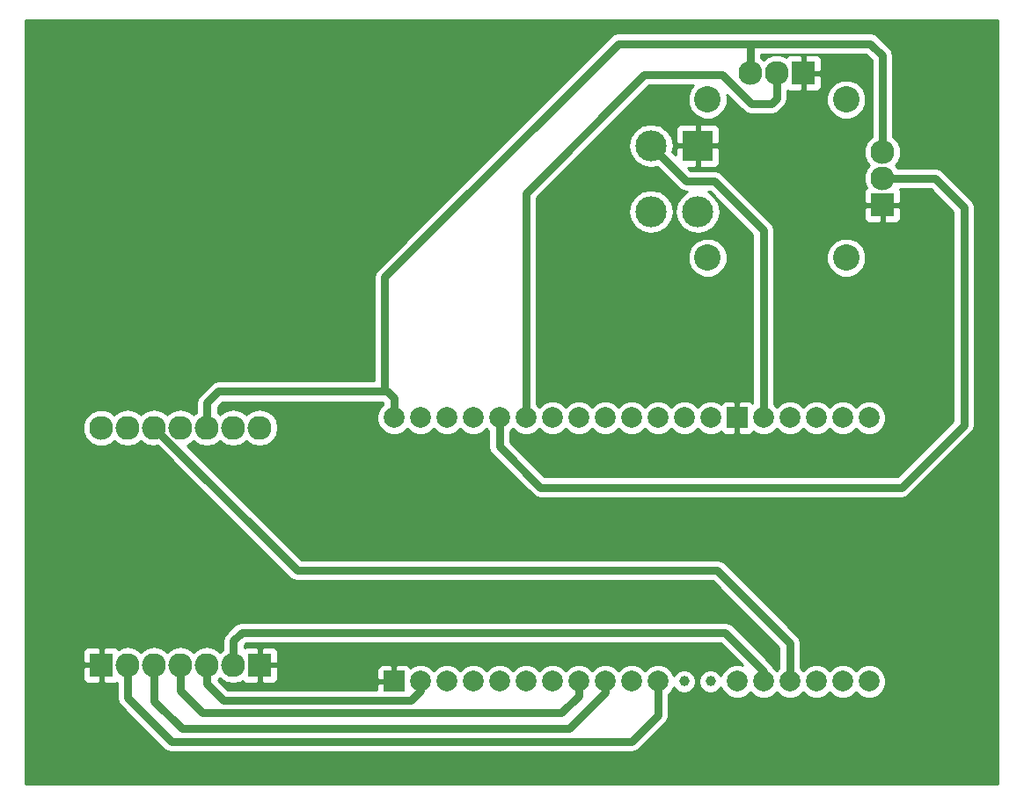
<source format=gbr>
G04 #@! TF.FileFunction,Copper,L1,Top,Signal*
%FSLAX46Y46*%
G04 Gerber Fmt 4.6, Leading zero omitted, Abs format (unit mm)*
G04 Created by KiCad (PCBNEW 4.0.7) date 03/01/18 21:16:25*
%MOMM*%
%LPD*%
G01*
G04 APERTURE LIST*
%ADD10C,0.100000*%
%ADD11O,3.000000X3.000000*%
%ADD12R,3.000000X3.000000*%
%ADD13C,2.300000*%
%ADD14R,2.300000X2.300000*%
%ADD15C,2.540000*%
%ADD16C,2.000000*%
%ADD17R,2.000000X2.000000*%
%ADD18C,1.000000*%
%ADD19O,2.300000X2.300000*%
%ADD20C,0.800000*%
%ADD21C,0.254000*%
G04 APERTURE END LIST*
D10*
D11*
X175881660Y-47825000D03*
X175881660Y-54175000D03*
D12*
X180380000Y-47825000D03*
D11*
X180380000Y-54175000D03*
D13*
X198160000Y-48460000D03*
X198160000Y-51000000D03*
D14*
X198160000Y-53540000D03*
D15*
X181332500Y-43380000D03*
X194667500Y-43380000D03*
X194667500Y-58620000D03*
X181332500Y-58620000D03*
D13*
X185460000Y-40840000D03*
X188000000Y-40840000D03*
D14*
X190540000Y-40840000D03*
D16*
X151140000Y-74050000D03*
X153680000Y-74050000D03*
X156220000Y-74050000D03*
X158760000Y-74050000D03*
X161300000Y-74050000D03*
X163840000Y-74050000D03*
X166380000Y-74050000D03*
X168920000Y-74050000D03*
X171460000Y-74050000D03*
X174000000Y-74050000D03*
X176540000Y-74050000D03*
X179080000Y-74050000D03*
X181620000Y-74050000D03*
D17*
X184160000Y-74050000D03*
D16*
X186700000Y-74050000D03*
X189240000Y-74050000D03*
X191780000Y-74050000D03*
X194320000Y-74050000D03*
X196860000Y-74050000D03*
D17*
X151140000Y-99450000D03*
D16*
X153680000Y-99450000D03*
X156220000Y-99450000D03*
X158760000Y-99450000D03*
X161300000Y-99450000D03*
X163840000Y-99450000D03*
X166380000Y-99450000D03*
X168920000Y-99450000D03*
X171460000Y-99450000D03*
X174000000Y-99450000D03*
X176540000Y-99450000D03*
D18*
X179080000Y-99450000D03*
X181620000Y-99450000D03*
D16*
X184160000Y-99450000D03*
X186700000Y-99450000D03*
X189240000Y-99450000D03*
X191780000Y-99450000D03*
X194320000Y-99450000D03*
X196860000Y-99450000D03*
D13*
X123000000Y-75000000D03*
D19*
X125540000Y-75000000D03*
D14*
X138240000Y-97872700D03*
D19*
X128080000Y-75000000D03*
X135700000Y-97872700D03*
X130620000Y-75000000D03*
X133160000Y-97872700D03*
X133160000Y-75000000D03*
X130620000Y-97872700D03*
X135700000Y-75000000D03*
X128080000Y-97872700D03*
X138240000Y-75000000D03*
X125540000Y-97872700D03*
D14*
X123000000Y-97872700D03*
D20*
X189240000Y-99450000D02*
X189240000Y-95740000D01*
X141830000Y-88750000D02*
X128080000Y-75000000D01*
X182250000Y-88750000D02*
X141830000Y-88750000D01*
X189240000Y-95740000D02*
X182250000Y-88750000D01*
X186700000Y-99450000D02*
X186700000Y-98450000D01*
X186700000Y-98450000D02*
X183000000Y-94750000D01*
X183000000Y-94750000D02*
X136500000Y-94750000D01*
X136500000Y-94750000D02*
X135700000Y-95550000D01*
X135700000Y-95550000D02*
X135700000Y-97872700D01*
X153680000Y-99450000D02*
X153680000Y-100320000D01*
X153680000Y-100320000D02*
X152750000Y-101250000D01*
X133160000Y-99660000D02*
X133160000Y-97872700D01*
X134750000Y-101250000D02*
X133160000Y-99660000D01*
X152750000Y-101250000D02*
X134750000Y-101250000D01*
X153680000Y-99450000D02*
X153680000Y-98930000D01*
X153680000Y-99450000D02*
X153680000Y-99680000D01*
X153680000Y-99450000D02*
X153680000Y-99930000D01*
X185460000Y-40840000D02*
X185460000Y-38000000D01*
X150250000Y-71500000D02*
X150250000Y-60500000D01*
X172750000Y-38000000D02*
X185460000Y-38000000D01*
X185460000Y-38000000D02*
X187000000Y-38000000D01*
X150250000Y-60500000D02*
X172750000Y-38000000D01*
X151140000Y-74050000D02*
X151140000Y-72140000D01*
X133160000Y-72590000D02*
X133160000Y-75000000D01*
X134250000Y-71500000D02*
X133160000Y-72590000D01*
X150500000Y-71500000D02*
X150250000Y-71500000D01*
X150250000Y-71500000D02*
X134250000Y-71500000D01*
X151140000Y-72140000D02*
X150500000Y-71500000D01*
X198160000Y-48460000D02*
X198160000Y-39160000D01*
X197000000Y-38000000D02*
X187000000Y-38000000D01*
X198160000Y-39160000D02*
X197000000Y-38000000D01*
X168920000Y-99450000D02*
X168920000Y-100830000D01*
X130620000Y-100370000D02*
X130620000Y-97872700D01*
X132750000Y-102500000D02*
X130620000Y-100370000D01*
X167250000Y-102500000D02*
X132750000Y-102500000D01*
X168920000Y-100830000D02*
X167250000Y-102500000D01*
X168920000Y-99450000D02*
X168920000Y-100170000D01*
X168920000Y-99450000D02*
X168950000Y-99450000D01*
X171460000Y-99450000D02*
X171460000Y-100540000D01*
X128080000Y-101330000D02*
X128080000Y-97872700D01*
X130750000Y-104000000D02*
X128080000Y-101330000D01*
X168000000Y-104000000D02*
X130750000Y-104000000D01*
X171460000Y-100540000D02*
X168000000Y-104000000D01*
X171460000Y-99450000D02*
X171460000Y-99210000D01*
X171460000Y-99450000D02*
X171460000Y-99460000D01*
X171460000Y-99450000D02*
X171460000Y-99710000D01*
X186700000Y-74050000D02*
X186700000Y-55950000D01*
X179306660Y-51250000D02*
X175881660Y-47825000D01*
X182000000Y-51250000D02*
X179306660Y-51250000D01*
X186700000Y-55950000D02*
X182000000Y-51250000D01*
X198160000Y-51000000D02*
X203250000Y-51000000D01*
X161300000Y-76800000D02*
X161300000Y-74050000D01*
X165250000Y-80750000D02*
X161300000Y-76800000D01*
X200000000Y-80750000D02*
X165250000Y-80750000D01*
X206000000Y-74750000D02*
X200000000Y-80750000D01*
X206000000Y-53750000D02*
X206000000Y-74750000D01*
X203250000Y-51000000D02*
X206000000Y-53750000D01*
X161300000Y-74050000D02*
X161300000Y-74300000D01*
X163840000Y-74050000D02*
X163840000Y-52410000D01*
X188000000Y-43250000D02*
X188000000Y-40840000D01*
X187500000Y-43750000D02*
X188000000Y-43250000D01*
X185500000Y-43750000D02*
X187500000Y-43750000D01*
X182750000Y-41000000D02*
X185500000Y-43750000D01*
X175250000Y-41000000D02*
X182750000Y-41000000D01*
X163840000Y-52410000D02*
X175250000Y-41000000D01*
X176540000Y-99450000D02*
X176540000Y-102710000D01*
X125540000Y-101040000D02*
X125540000Y-97872700D01*
X129750000Y-105250000D02*
X125540000Y-101040000D01*
X174000000Y-105250000D02*
X129750000Y-105250000D01*
X176540000Y-102710000D02*
X174000000Y-105250000D01*
X176540000Y-99450000D02*
X176540000Y-100040000D01*
X176540000Y-99450000D02*
X176540000Y-100290000D01*
X196860000Y-74050000D02*
X196300000Y-74050000D01*
X151140000Y-99450000D02*
X151140000Y-98860000D01*
D21*
G36*
X209290000Y-109290000D02*
X115710000Y-109290000D01*
X115710000Y-98158450D01*
X121215000Y-98158450D01*
X121215000Y-99149009D01*
X121311673Y-99382398D01*
X121490301Y-99561027D01*
X121723690Y-99657700D01*
X122714250Y-99657700D01*
X122873000Y-99498950D01*
X122873000Y-97999700D01*
X121373750Y-97999700D01*
X121215000Y-98158450D01*
X115710000Y-98158450D01*
X115710000Y-96596391D01*
X121215000Y-96596391D01*
X121215000Y-97586950D01*
X121373750Y-97745700D01*
X122873000Y-97745700D01*
X122873000Y-96246450D01*
X122714250Y-96087700D01*
X121723690Y-96087700D01*
X121490301Y-96184373D01*
X121311673Y-96363002D01*
X121215000Y-96596391D01*
X115710000Y-96596391D01*
X115710000Y-75353501D01*
X121214691Y-75353501D01*
X121485868Y-76009800D01*
X121987559Y-76512367D01*
X122643384Y-76784689D01*
X123353501Y-76785309D01*
X124009800Y-76514132D01*
X124257544Y-76266820D01*
X124277814Y-76297156D01*
X124856910Y-76684095D01*
X125540000Y-76819970D01*
X126223090Y-76684095D01*
X126802186Y-76297156D01*
X126810000Y-76285462D01*
X126817814Y-76297156D01*
X127396910Y-76684095D01*
X128080000Y-76819970D01*
X128377151Y-76760863D01*
X141098142Y-89481853D01*
X141098144Y-89481856D01*
X141299429Y-89616349D01*
X141433922Y-89706215D01*
X141830000Y-89785000D01*
X181821288Y-89785000D01*
X188205000Y-96168711D01*
X188205000Y-98172971D01*
X187969801Y-98407759D01*
X187666078Y-98103504D01*
X187656215Y-98053922D01*
X187496762Y-97815284D01*
X187431856Y-97718144D01*
X187431853Y-97718142D01*
X183731856Y-94018144D01*
X183396077Y-93793785D01*
X183000000Y-93714999D01*
X182999995Y-93715000D01*
X136500005Y-93715000D01*
X136500000Y-93714999D01*
X136103923Y-93793785D01*
X135768144Y-94018144D01*
X135768142Y-94018147D01*
X134968144Y-94818144D01*
X134743785Y-95153923D01*
X134664999Y-95550000D01*
X134665000Y-95550005D01*
X134665000Y-96423743D01*
X134437814Y-96575544D01*
X134430000Y-96587238D01*
X134422186Y-96575544D01*
X133843090Y-96188605D01*
X133160000Y-96052730D01*
X132476910Y-96188605D01*
X131897814Y-96575544D01*
X131890000Y-96587238D01*
X131882186Y-96575544D01*
X131303090Y-96188605D01*
X130620000Y-96052730D01*
X129936910Y-96188605D01*
X129357814Y-96575544D01*
X129350000Y-96587238D01*
X129342186Y-96575544D01*
X128763090Y-96188605D01*
X128080000Y-96052730D01*
X127396910Y-96188605D01*
X126817814Y-96575544D01*
X126810000Y-96587238D01*
X126802186Y-96575544D01*
X126223090Y-96188605D01*
X125540000Y-96052730D01*
X124856910Y-96188605D01*
X124651309Y-96325983D01*
X124509699Y-96184373D01*
X124276310Y-96087700D01*
X123285750Y-96087700D01*
X123127000Y-96246450D01*
X123127000Y-97745700D01*
X123147000Y-97745700D01*
X123147000Y-97999700D01*
X123127000Y-97999700D01*
X123127000Y-99498950D01*
X123285750Y-99657700D01*
X124276310Y-99657700D01*
X124505000Y-99562973D01*
X124505000Y-101039995D01*
X124504999Y-101040000D01*
X124583785Y-101436077D01*
X124808144Y-101771856D01*
X129018142Y-105981853D01*
X129018144Y-105981856D01*
X129353923Y-106206215D01*
X129750000Y-106285001D01*
X129750005Y-106285000D01*
X173999995Y-106285000D01*
X174000000Y-106285001D01*
X174396077Y-106206215D01*
X174731856Y-105981856D01*
X177271853Y-103441858D01*
X177271856Y-103441856D01*
X177412173Y-103231856D01*
X177496215Y-103106078D01*
X177575000Y-102710000D01*
X177575000Y-100727029D01*
X177925278Y-100377363D01*
X178080575Y-100003366D01*
X178117233Y-100092086D01*
X178436235Y-100411645D01*
X178853244Y-100584803D01*
X179304775Y-100585197D01*
X179722086Y-100412767D01*
X180041645Y-100093765D01*
X180214803Y-99676756D01*
X180215197Y-99225225D01*
X180042767Y-98807914D01*
X179723765Y-98488355D01*
X179306756Y-98315197D01*
X178855225Y-98314803D01*
X178437914Y-98487233D01*
X178118355Y-98806235D01*
X178080622Y-98897106D01*
X177926894Y-98525057D01*
X177467363Y-98064722D01*
X176866648Y-97815284D01*
X176216205Y-97814716D01*
X175615057Y-98063106D01*
X175269801Y-98407759D01*
X174927363Y-98064722D01*
X174326648Y-97815284D01*
X173676205Y-97814716D01*
X173075057Y-98063106D01*
X172729801Y-98407759D01*
X172387363Y-98064722D01*
X171786648Y-97815284D01*
X171136205Y-97814716D01*
X170535057Y-98063106D01*
X170189801Y-98407759D01*
X169847363Y-98064722D01*
X169246648Y-97815284D01*
X168596205Y-97814716D01*
X167995057Y-98063106D01*
X167649801Y-98407759D01*
X167307363Y-98064722D01*
X166706648Y-97815284D01*
X166056205Y-97814716D01*
X165455057Y-98063106D01*
X165109801Y-98407759D01*
X164767363Y-98064722D01*
X164166648Y-97815284D01*
X163516205Y-97814716D01*
X162915057Y-98063106D01*
X162569801Y-98407759D01*
X162227363Y-98064722D01*
X161626648Y-97815284D01*
X160976205Y-97814716D01*
X160375057Y-98063106D01*
X160029801Y-98407759D01*
X159687363Y-98064722D01*
X159086648Y-97815284D01*
X158436205Y-97814716D01*
X157835057Y-98063106D01*
X157489801Y-98407759D01*
X157147363Y-98064722D01*
X156546648Y-97815284D01*
X155896205Y-97814716D01*
X155295057Y-98063106D01*
X154949801Y-98407759D01*
X154607363Y-98064722D01*
X154006648Y-97815284D01*
X153356205Y-97814716D01*
X152755057Y-98063106D01*
X152692803Y-98125251D01*
X152678327Y-98090302D01*
X152499699Y-97911673D01*
X152266310Y-97815000D01*
X151425750Y-97815000D01*
X151267000Y-97973750D01*
X151267000Y-99323000D01*
X151287000Y-99323000D01*
X151287000Y-99577000D01*
X151267000Y-99577000D01*
X151267000Y-99597000D01*
X151013000Y-99597000D01*
X151013000Y-99577000D01*
X149663750Y-99577000D01*
X149505000Y-99735750D01*
X149505000Y-100215000D01*
X135178711Y-100215000D01*
X134249172Y-99285460D01*
X134422186Y-99169856D01*
X134430000Y-99158162D01*
X134437814Y-99169856D01*
X135016910Y-99556795D01*
X135700000Y-99692670D01*
X136383090Y-99556795D01*
X136588691Y-99419417D01*
X136730301Y-99561027D01*
X136963690Y-99657700D01*
X137954250Y-99657700D01*
X138113000Y-99498950D01*
X138113000Y-97999700D01*
X138367000Y-97999700D01*
X138367000Y-99498950D01*
X138525750Y-99657700D01*
X139516310Y-99657700D01*
X139749699Y-99561027D01*
X139928327Y-99382398D01*
X140025000Y-99149009D01*
X140025000Y-98323691D01*
X149505000Y-98323691D01*
X149505000Y-99164250D01*
X149663750Y-99323000D01*
X151013000Y-99323000D01*
X151013000Y-97973750D01*
X150854250Y-97815000D01*
X150013690Y-97815000D01*
X149780301Y-97911673D01*
X149601673Y-98090302D01*
X149505000Y-98323691D01*
X140025000Y-98323691D01*
X140025000Y-98158450D01*
X139866250Y-97999700D01*
X138367000Y-97999700D01*
X138113000Y-97999700D01*
X138093000Y-97999700D01*
X138093000Y-97745700D01*
X138113000Y-97745700D01*
X138113000Y-96246450D01*
X138367000Y-96246450D01*
X138367000Y-97745700D01*
X139866250Y-97745700D01*
X140025000Y-97586950D01*
X140025000Y-96596391D01*
X139928327Y-96363002D01*
X139749699Y-96184373D01*
X139516310Y-96087700D01*
X138525750Y-96087700D01*
X138367000Y-96246450D01*
X138113000Y-96246450D01*
X137954250Y-96087700D01*
X136963690Y-96087700D01*
X136735000Y-96182427D01*
X136735000Y-95978712D01*
X136928711Y-95785000D01*
X182571288Y-95785000D01*
X184683179Y-97896891D01*
X184486648Y-97815284D01*
X183836205Y-97814716D01*
X183235057Y-98063106D01*
X182774722Y-98522637D01*
X182619425Y-98896634D01*
X182582767Y-98807914D01*
X182263765Y-98488355D01*
X181846756Y-98315197D01*
X181395225Y-98314803D01*
X180977914Y-98487233D01*
X180658355Y-98806235D01*
X180485197Y-99223244D01*
X180484803Y-99674775D01*
X180657233Y-100092086D01*
X180976235Y-100411645D01*
X181393244Y-100584803D01*
X181844775Y-100585197D01*
X182262086Y-100412767D01*
X182581645Y-100093765D01*
X182619378Y-100002894D01*
X182773106Y-100374943D01*
X183232637Y-100835278D01*
X183833352Y-101084716D01*
X184483795Y-101085284D01*
X185084943Y-100836894D01*
X185430199Y-100492241D01*
X185772637Y-100835278D01*
X186373352Y-101084716D01*
X187023795Y-101085284D01*
X187624943Y-100836894D01*
X187970199Y-100492241D01*
X188312637Y-100835278D01*
X188913352Y-101084716D01*
X189563795Y-101085284D01*
X190164943Y-100836894D01*
X190510199Y-100492241D01*
X190852637Y-100835278D01*
X191453352Y-101084716D01*
X192103795Y-101085284D01*
X192704943Y-100836894D01*
X193050199Y-100492241D01*
X193392637Y-100835278D01*
X193993352Y-101084716D01*
X194643795Y-101085284D01*
X195244943Y-100836894D01*
X195590199Y-100492241D01*
X195932637Y-100835278D01*
X196533352Y-101084716D01*
X197183795Y-101085284D01*
X197784943Y-100836894D01*
X198245278Y-100377363D01*
X198494716Y-99776648D01*
X198495284Y-99126205D01*
X198246894Y-98525057D01*
X197787363Y-98064722D01*
X197186648Y-97815284D01*
X196536205Y-97814716D01*
X195935057Y-98063106D01*
X195589801Y-98407759D01*
X195247363Y-98064722D01*
X194646648Y-97815284D01*
X193996205Y-97814716D01*
X193395057Y-98063106D01*
X193049801Y-98407759D01*
X192707363Y-98064722D01*
X192106648Y-97815284D01*
X191456205Y-97814716D01*
X190855057Y-98063106D01*
X190509801Y-98407759D01*
X190275000Y-98172547D01*
X190275000Y-95740005D01*
X190275001Y-95740000D01*
X190196215Y-95343923D01*
X189971856Y-95008144D01*
X189971853Y-95008142D01*
X182981856Y-88018144D01*
X182646077Y-87793785D01*
X182250000Y-87714999D01*
X182249995Y-87715000D01*
X142258711Y-87715000D01*
X131240297Y-76696585D01*
X131303090Y-76684095D01*
X131882186Y-76297156D01*
X131890000Y-76285462D01*
X131897814Y-76297156D01*
X132476910Y-76684095D01*
X133160000Y-76819970D01*
X133843090Y-76684095D01*
X134422186Y-76297156D01*
X134430000Y-76285462D01*
X134437814Y-76297156D01*
X135016910Y-76684095D01*
X135700000Y-76819970D01*
X136383090Y-76684095D01*
X136962186Y-76297156D01*
X136970000Y-76285462D01*
X136977814Y-76297156D01*
X137556910Y-76684095D01*
X138240000Y-76819970D01*
X138923090Y-76684095D01*
X139502186Y-76297156D01*
X139889125Y-75718060D01*
X140025000Y-75034970D01*
X140025000Y-74965030D01*
X139889125Y-74281940D01*
X139502186Y-73702844D01*
X138923090Y-73315905D01*
X138240000Y-73180030D01*
X137556910Y-73315905D01*
X136977814Y-73702844D01*
X136970000Y-73714538D01*
X136962186Y-73702844D01*
X136383090Y-73315905D01*
X135700000Y-73180030D01*
X135016910Y-73315905D01*
X134437814Y-73702844D01*
X134430000Y-73714538D01*
X134422186Y-73702844D01*
X134195000Y-73551043D01*
X134195000Y-73018712D01*
X134678711Y-72535000D01*
X150071288Y-72535000D01*
X150105000Y-72568711D01*
X150105000Y-72772971D01*
X149754722Y-73122637D01*
X149505284Y-73723352D01*
X149504716Y-74373795D01*
X149753106Y-74974943D01*
X150212637Y-75435278D01*
X150813352Y-75684716D01*
X151463795Y-75685284D01*
X152064943Y-75436894D01*
X152410199Y-75092241D01*
X152752637Y-75435278D01*
X153353352Y-75684716D01*
X154003795Y-75685284D01*
X154604943Y-75436894D01*
X154950199Y-75092241D01*
X155292637Y-75435278D01*
X155893352Y-75684716D01*
X156543795Y-75685284D01*
X157144943Y-75436894D01*
X157490199Y-75092241D01*
X157832637Y-75435278D01*
X158433352Y-75684716D01*
X159083795Y-75685284D01*
X159684943Y-75436894D01*
X160030199Y-75092241D01*
X160265000Y-75327453D01*
X160265000Y-76799995D01*
X160264999Y-76800000D01*
X160343785Y-77196077D01*
X160568144Y-77531856D01*
X164518142Y-81481853D01*
X164518144Y-81481856D01*
X164853923Y-81706215D01*
X165250000Y-81785001D01*
X165250005Y-81785000D01*
X199999995Y-81785000D01*
X200000000Y-81785001D01*
X200396077Y-81706215D01*
X200731856Y-81481856D01*
X206731853Y-75481858D01*
X206731856Y-75481856D01*
X206936015Y-75176309D01*
X206956215Y-75146078D01*
X207035000Y-74750000D01*
X207035000Y-53750000D01*
X206956215Y-53353923D01*
X206956215Y-53353922D01*
X206814517Y-53141856D01*
X206731856Y-53018144D01*
X206731853Y-53018142D01*
X203981856Y-50268144D01*
X203646077Y-50043785D01*
X203250000Y-49964999D01*
X203249995Y-49965000D01*
X199648976Y-49965000D01*
X199414372Y-49729986D01*
X199672367Y-49472441D01*
X199944689Y-48816616D01*
X199945309Y-48106499D01*
X199674132Y-47450200D01*
X199195000Y-46970231D01*
X199195000Y-39160005D01*
X199195001Y-39160000D01*
X199116215Y-38763923D01*
X199094789Y-38731856D01*
X198891856Y-38428144D01*
X198891853Y-38428142D01*
X197731856Y-37268144D01*
X197396077Y-37043785D01*
X197000000Y-36964999D01*
X196999995Y-36965000D01*
X172750005Y-36965000D01*
X172750000Y-36964999D01*
X172353923Y-37043785D01*
X172018144Y-37268144D01*
X172018142Y-37268147D01*
X149518144Y-59768144D01*
X149293785Y-60103923D01*
X149214999Y-60500000D01*
X149215000Y-60500005D01*
X149215000Y-70465000D01*
X134250005Y-70465000D01*
X134250000Y-70464999D01*
X133853923Y-70543785D01*
X133518144Y-70768144D01*
X133518142Y-70768147D01*
X132428144Y-71858144D01*
X132203785Y-72193923D01*
X132124999Y-72590000D01*
X132125000Y-72590005D01*
X132125000Y-73551043D01*
X131897814Y-73702844D01*
X131890000Y-73714538D01*
X131882186Y-73702844D01*
X131303090Y-73315905D01*
X130620000Y-73180030D01*
X129936910Y-73315905D01*
X129357814Y-73702844D01*
X129350000Y-73714538D01*
X129342186Y-73702844D01*
X128763090Y-73315905D01*
X128080000Y-73180030D01*
X127396910Y-73315905D01*
X126817814Y-73702844D01*
X126810000Y-73714538D01*
X126802186Y-73702844D01*
X126223090Y-73315905D01*
X125540000Y-73180030D01*
X124856910Y-73315905D01*
X124277814Y-73702844D01*
X124257551Y-73733170D01*
X124012441Y-73487633D01*
X123356616Y-73215311D01*
X122646499Y-73214691D01*
X121990200Y-73485868D01*
X121487633Y-73987559D01*
X121215311Y-74643384D01*
X121214691Y-75353501D01*
X115710000Y-75353501D01*
X115710000Y-35710000D01*
X209290000Y-35710000D01*
X209290000Y-109290000D01*
X209290000Y-109290000D01*
G37*
X209290000Y-109290000D02*
X115710000Y-109290000D01*
X115710000Y-98158450D01*
X121215000Y-98158450D01*
X121215000Y-99149009D01*
X121311673Y-99382398D01*
X121490301Y-99561027D01*
X121723690Y-99657700D01*
X122714250Y-99657700D01*
X122873000Y-99498950D01*
X122873000Y-97999700D01*
X121373750Y-97999700D01*
X121215000Y-98158450D01*
X115710000Y-98158450D01*
X115710000Y-96596391D01*
X121215000Y-96596391D01*
X121215000Y-97586950D01*
X121373750Y-97745700D01*
X122873000Y-97745700D01*
X122873000Y-96246450D01*
X122714250Y-96087700D01*
X121723690Y-96087700D01*
X121490301Y-96184373D01*
X121311673Y-96363002D01*
X121215000Y-96596391D01*
X115710000Y-96596391D01*
X115710000Y-75353501D01*
X121214691Y-75353501D01*
X121485868Y-76009800D01*
X121987559Y-76512367D01*
X122643384Y-76784689D01*
X123353501Y-76785309D01*
X124009800Y-76514132D01*
X124257544Y-76266820D01*
X124277814Y-76297156D01*
X124856910Y-76684095D01*
X125540000Y-76819970D01*
X126223090Y-76684095D01*
X126802186Y-76297156D01*
X126810000Y-76285462D01*
X126817814Y-76297156D01*
X127396910Y-76684095D01*
X128080000Y-76819970D01*
X128377151Y-76760863D01*
X141098142Y-89481853D01*
X141098144Y-89481856D01*
X141299429Y-89616349D01*
X141433922Y-89706215D01*
X141830000Y-89785000D01*
X181821288Y-89785000D01*
X188205000Y-96168711D01*
X188205000Y-98172971D01*
X187969801Y-98407759D01*
X187666078Y-98103504D01*
X187656215Y-98053922D01*
X187496762Y-97815284D01*
X187431856Y-97718144D01*
X187431853Y-97718142D01*
X183731856Y-94018144D01*
X183396077Y-93793785D01*
X183000000Y-93714999D01*
X182999995Y-93715000D01*
X136500005Y-93715000D01*
X136500000Y-93714999D01*
X136103923Y-93793785D01*
X135768144Y-94018144D01*
X135768142Y-94018147D01*
X134968144Y-94818144D01*
X134743785Y-95153923D01*
X134664999Y-95550000D01*
X134665000Y-95550005D01*
X134665000Y-96423743D01*
X134437814Y-96575544D01*
X134430000Y-96587238D01*
X134422186Y-96575544D01*
X133843090Y-96188605D01*
X133160000Y-96052730D01*
X132476910Y-96188605D01*
X131897814Y-96575544D01*
X131890000Y-96587238D01*
X131882186Y-96575544D01*
X131303090Y-96188605D01*
X130620000Y-96052730D01*
X129936910Y-96188605D01*
X129357814Y-96575544D01*
X129350000Y-96587238D01*
X129342186Y-96575544D01*
X128763090Y-96188605D01*
X128080000Y-96052730D01*
X127396910Y-96188605D01*
X126817814Y-96575544D01*
X126810000Y-96587238D01*
X126802186Y-96575544D01*
X126223090Y-96188605D01*
X125540000Y-96052730D01*
X124856910Y-96188605D01*
X124651309Y-96325983D01*
X124509699Y-96184373D01*
X124276310Y-96087700D01*
X123285750Y-96087700D01*
X123127000Y-96246450D01*
X123127000Y-97745700D01*
X123147000Y-97745700D01*
X123147000Y-97999700D01*
X123127000Y-97999700D01*
X123127000Y-99498950D01*
X123285750Y-99657700D01*
X124276310Y-99657700D01*
X124505000Y-99562973D01*
X124505000Y-101039995D01*
X124504999Y-101040000D01*
X124583785Y-101436077D01*
X124808144Y-101771856D01*
X129018142Y-105981853D01*
X129018144Y-105981856D01*
X129353923Y-106206215D01*
X129750000Y-106285001D01*
X129750005Y-106285000D01*
X173999995Y-106285000D01*
X174000000Y-106285001D01*
X174396077Y-106206215D01*
X174731856Y-105981856D01*
X177271853Y-103441858D01*
X177271856Y-103441856D01*
X177412173Y-103231856D01*
X177496215Y-103106078D01*
X177575000Y-102710000D01*
X177575000Y-100727029D01*
X177925278Y-100377363D01*
X178080575Y-100003366D01*
X178117233Y-100092086D01*
X178436235Y-100411645D01*
X178853244Y-100584803D01*
X179304775Y-100585197D01*
X179722086Y-100412767D01*
X180041645Y-100093765D01*
X180214803Y-99676756D01*
X180215197Y-99225225D01*
X180042767Y-98807914D01*
X179723765Y-98488355D01*
X179306756Y-98315197D01*
X178855225Y-98314803D01*
X178437914Y-98487233D01*
X178118355Y-98806235D01*
X178080622Y-98897106D01*
X177926894Y-98525057D01*
X177467363Y-98064722D01*
X176866648Y-97815284D01*
X176216205Y-97814716D01*
X175615057Y-98063106D01*
X175269801Y-98407759D01*
X174927363Y-98064722D01*
X174326648Y-97815284D01*
X173676205Y-97814716D01*
X173075057Y-98063106D01*
X172729801Y-98407759D01*
X172387363Y-98064722D01*
X171786648Y-97815284D01*
X171136205Y-97814716D01*
X170535057Y-98063106D01*
X170189801Y-98407759D01*
X169847363Y-98064722D01*
X169246648Y-97815284D01*
X168596205Y-97814716D01*
X167995057Y-98063106D01*
X167649801Y-98407759D01*
X167307363Y-98064722D01*
X166706648Y-97815284D01*
X166056205Y-97814716D01*
X165455057Y-98063106D01*
X165109801Y-98407759D01*
X164767363Y-98064722D01*
X164166648Y-97815284D01*
X163516205Y-97814716D01*
X162915057Y-98063106D01*
X162569801Y-98407759D01*
X162227363Y-98064722D01*
X161626648Y-97815284D01*
X160976205Y-97814716D01*
X160375057Y-98063106D01*
X160029801Y-98407759D01*
X159687363Y-98064722D01*
X159086648Y-97815284D01*
X158436205Y-97814716D01*
X157835057Y-98063106D01*
X157489801Y-98407759D01*
X157147363Y-98064722D01*
X156546648Y-97815284D01*
X155896205Y-97814716D01*
X155295057Y-98063106D01*
X154949801Y-98407759D01*
X154607363Y-98064722D01*
X154006648Y-97815284D01*
X153356205Y-97814716D01*
X152755057Y-98063106D01*
X152692803Y-98125251D01*
X152678327Y-98090302D01*
X152499699Y-97911673D01*
X152266310Y-97815000D01*
X151425750Y-97815000D01*
X151267000Y-97973750D01*
X151267000Y-99323000D01*
X151287000Y-99323000D01*
X151287000Y-99577000D01*
X151267000Y-99577000D01*
X151267000Y-99597000D01*
X151013000Y-99597000D01*
X151013000Y-99577000D01*
X149663750Y-99577000D01*
X149505000Y-99735750D01*
X149505000Y-100215000D01*
X135178711Y-100215000D01*
X134249172Y-99285460D01*
X134422186Y-99169856D01*
X134430000Y-99158162D01*
X134437814Y-99169856D01*
X135016910Y-99556795D01*
X135700000Y-99692670D01*
X136383090Y-99556795D01*
X136588691Y-99419417D01*
X136730301Y-99561027D01*
X136963690Y-99657700D01*
X137954250Y-99657700D01*
X138113000Y-99498950D01*
X138113000Y-97999700D01*
X138367000Y-97999700D01*
X138367000Y-99498950D01*
X138525750Y-99657700D01*
X139516310Y-99657700D01*
X139749699Y-99561027D01*
X139928327Y-99382398D01*
X140025000Y-99149009D01*
X140025000Y-98323691D01*
X149505000Y-98323691D01*
X149505000Y-99164250D01*
X149663750Y-99323000D01*
X151013000Y-99323000D01*
X151013000Y-97973750D01*
X150854250Y-97815000D01*
X150013690Y-97815000D01*
X149780301Y-97911673D01*
X149601673Y-98090302D01*
X149505000Y-98323691D01*
X140025000Y-98323691D01*
X140025000Y-98158450D01*
X139866250Y-97999700D01*
X138367000Y-97999700D01*
X138113000Y-97999700D01*
X138093000Y-97999700D01*
X138093000Y-97745700D01*
X138113000Y-97745700D01*
X138113000Y-96246450D01*
X138367000Y-96246450D01*
X138367000Y-97745700D01*
X139866250Y-97745700D01*
X140025000Y-97586950D01*
X140025000Y-96596391D01*
X139928327Y-96363002D01*
X139749699Y-96184373D01*
X139516310Y-96087700D01*
X138525750Y-96087700D01*
X138367000Y-96246450D01*
X138113000Y-96246450D01*
X137954250Y-96087700D01*
X136963690Y-96087700D01*
X136735000Y-96182427D01*
X136735000Y-95978712D01*
X136928711Y-95785000D01*
X182571288Y-95785000D01*
X184683179Y-97896891D01*
X184486648Y-97815284D01*
X183836205Y-97814716D01*
X183235057Y-98063106D01*
X182774722Y-98522637D01*
X182619425Y-98896634D01*
X182582767Y-98807914D01*
X182263765Y-98488355D01*
X181846756Y-98315197D01*
X181395225Y-98314803D01*
X180977914Y-98487233D01*
X180658355Y-98806235D01*
X180485197Y-99223244D01*
X180484803Y-99674775D01*
X180657233Y-100092086D01*
X180976235Y-100411645D01*
X181393244Y-100584803D01*
X181844775Y-100585197D01*
X182262086Y-100412767D01*
X182581645Y-100093765D01*
X182619378Y-100002894D01*
X182773106Y-100374943D01*
X183232637Y-100835278D01*
X183833352Y-101084716D01*
X184483795Y-101085284D01*
X185084943Y-100836894D01*
X185430199Y-100492241D01*
X185772637Y-100835278D01*
X186373352Y-101084716D01*
X187023795Y-101085284D01*
X187624943Y-100836894D01*
X187970199Y-100492241D01*
X188312637Y-100835278D01*
X188913352Y-101084716D01*
X189563795Y-101085284D01*
X190164943Y-100836894D01*
X190510199Y-100492241D01*
X190852637Y-100835278D01*
X191453352Y-101084716D01*
X192103795Y-101085284D01*
X192704943Y-100836894D01*
X193050199Y-100492241D01*
X193392637Y-100835278D01*
X193993352Y-101084716D01*
X194643795Y-101085284D01*
X195244943Y-100836894D01*
X195590199Y-100492241D01*
X195932637Y-100835278D01*
X196533352Y-101084716D01*
X197183795Y-101085284D01*
X197784943Y-100836894D01*
X198245278Y-100377363D01*
X198494716Y-99776648D01*
X198495284Y-99126205D01*
X198246894Y-98525057D01*
X197787363Y-98064722D01*
X197186648Y-97815284D01*
X196536205Y-97814716D01*
X195935057Y-98063106D01*
X195589801Y-98407759D01*
X195247363Y-98064722D01*
X194646648Y-97815284D01*
X193996205Y-97814716D01*
X193395057Y-98063106D01*
X193049801Y-98407759D01*
X192707363Y-98064722D01*
X192106648Y-97815284D01*
X191456205Y-97814716D01*
X190855057Y-98063106D01*
X190509801Y-98407759D01*
X190275000Y-98172547D01*
X190275000Y-95740005D01*
X190275001Y-95740000D01*
X190196215Y-95343923D01*
X189971856Y-95008144D01*
X189971853Y-95008142D01*
X182981856Y-88018144D01*
X182646077Y-87793785D01*
X182250000Y-87714999D01*
X182249995Y-87715000D01*
X142258711Y-87715000D01*
X131240297Y-76696585D01*
X131303090Y-76684095D01*
X131882186Y-76297156D01*
X131890000Y-76285462D01*
X131897814Y-76297156D01*
X132476910Y-76684095D01*
X133160000Y-76819970D01*
X133843090Y-76684095D01*
X134422186Y-76297156D01*
X134430000Y-76285462D01*
X134437814Y-76297156D01*
X135016910Y-76684095D01*
X135700000Y-76819970D01*
X136383090Y-76684095D01*
X136962186Y-76297156D01*
X136970000Y-76285462D01*
X136977814Y-76297156D01*
X137556910Y-76684095D01*
X138240000Y-76819970D01*
X138923090Y-76684095D01*
X139502186Y-76297156D01*
X139889125Y-75718060D01*
X140025000Y-75034970D01*
X140025000Y-74965030D01*
X139889125Y-74281940D01*
X139502186Y-73702844D01*
X138923090Y-73315905D01*
X138240000Y-73180030D01*
X137556910Y-73315905D01*
X136977814Y-73702844D01*
X136970000Y-73714538D01*
X136962186Y-73702844D01*
X136383090Y-73315905D01*
X135700000Y-73180030D01*
X135016910Y-73315905D01*
X134437814Y-73702844D01*
X134430000Y-73714538D01*
X134422186Y-73702844D01*
X134195000Y-73551043D01*
X134195000Y-73018712D01*
X134678711Y-72535000D01*
X150071288Y-72535000D01*
X150105000Y-72568711D01*
X150105000Y-72772971D01*
X149754722Y-73122637D01*
X149505284Y-73723352D01*
X149504716Y-74373795D01*
X149753106Y-74974943D01*
X150212637Y-75435278D01*
X150813352Y-75684716D01*
X151463795Y-75685284D01*
X152064943Y-75436894D01*
X152410199Y-75092241D01*
X152752637Y-75435278D01*
X153353352Y-75684716D01*
X154003795Y-75685284D01*
X154604943Y-75436894D01*
X154950199Y-75092241D01*
X155292637Y-75435278D01*
X155893352Y-75684716D01*
X156543795Y-75685284D01*
X157144943Y-75436894D01*
X157490199Y-75092241D01*
X157832637Y-75435278D01*
X158433352Y-75684716D01*
X159083795Y-75685284D01*
X159684943Y-75436894D01*
X160030199Y-75092241D01*
X160265000Y-75327453D01*
X160265000Y-76799995D01*
X160264999Y-76800000D01*
X160343785Y-77196077D01*
X160568144Y-77531856D01*
X164518142Y-81481853D01*
X164518144Y-81481856D01*
X164853923Y-81706215D01*
X165250000Y-81785001D01*
X165250005Y-81785000D01*
X199999995Y-81785000D01*
X200000000Y-81785001D01*
X200396077Y-81706215D01*
X200731856Y-81481856D01*
X206731853Y-75481858D01*
X206731856Y-75481856D01*
X206936015Y-75176309D01*
X206956215Y-75146078D01*
X207035000Y-74750000D01*
X207035000Y-53750000D01*
X206956215Y-53353923D01*
X206956215Y-53353922D01*
X206814517Y-53141856D01*
X206731856Y-53018144D01*
X206731853Y-53018142D01*
X203981856Y-50268144D01*
X203646077Y-50043785D01*
X203250000Y-49964999D01*
X203249995Y-49965000D01*
X199648976Y-49965000D01*
X199414372Y-49729986D01*
X199672367Y-49472441D01*
X199944689Y-48816616D01*
X199945309Y-48106499D01*
X199674132Y-47450200D01*
X199195000Y-46970231D01*
X199195000Y-39160005D01*
X199195001Y-39160000D01*
X199116215Y-38763923D01*
X199094789Y-38731856D01*
X198891856Y-38428144D01*
X198891853Y-38428142D01*
X197731856Y-37268144D01*
X197396077Y-37043785D01*
X197000000Y-36964999D01*
X196999995Y-36965000D01*
X172750005Y-36965000D01*
X172750000Y-36964999D01*
X172353923Y-37043785D01*
X172018144Y-37268144D01*
X172018142Y-37268147D01*
X149518144Y-59768144D01*
X149293785Y-60103923D01*
X149214999Y-60500000D01*
X149215000Y-60500005D01*
X149215000Y-70465000D01*
X134250005Y-70465000D01*
X134250000Y-70464999D01*
X133853923Y-70543785D01*
X133518144Y-70768144D01*
X133518142Y-70768147D01*
X132428144Y-71858144D01*
X132203785Y-72193923D01*
X132124999Y-72590000D01*
X132125000Y-72590005D01*
X132125000Y-73551043D01*
X131897814Y-73702844D01*
X131890000Y-73714538D01*
X131882186Y-73702844D01*
X131303090Y-73315905D01*
X130620000Y-73180030D01*
X129936910Y-73315905D01*
X129357814Y-73702844D01*
X129350000Y-73714538D01*
X129342186Y-73702844D01*
X128763090Y-73315905D01*
X128080000Y-73180030D01*
X127396910Y-73315905D01*
X126817814Y-73702844D01*
X126810000Y-73714538D01*
X126802186Y-73702844D01*
X126223090Y-73315905D01*
X125540000Y-73180030D01*
X124856910Y-73315905D01*
X124277814Y-73702844D01*
X124257551Y-73733170D01*
X124012441Y-73487633D01*
X123356616Y-73215311D01*
X122646499Y-73214691D01*
X121990200Y-73485868D01*
X121487633Y-73987559D01*
X121215311Y-74643384D01*
X121214691Y-75353501D01*
X115710000Y-75353501D01*
X115710000Y-35710000D01*
X209290000Y-35710000D01*
X209290000Y-109290000D01*
G36*
X197125000Y-39588711D02*
X197125000Y-46971024D01*
X196647633Y-47447559D01*
X196375311Y-48103384D01*
X196374691Y-48813501D01*
X196645868Y-49469800D01*
X196905628Y-49730014D01*
X196647633Y-49987559D01*
X196375311Y-50643384D01*
X196374691Y-51353501D01*
X196600931Y-51901044D01*
X196471673Y-52030301D01*
X196375000Y-52263690D01*
X196375000Y-53254250D01*
X196533750Y-53413000D01*
X198033000Y-53413000D01*
X198033000Y-53393000D01*
X198287000Y-53393000D01*
X198287000Y-53413000D01*
X199786250Y-53413000D01*
X199945000Y-53254250D01*
X199945000Y-52263690D01*
X199850273Y-52035000D01*
X202821288Y-52035000D01*
X204965000Y-54178711D01*
X204965000Y-74321289D01*
X199571288Y-79715000D01*
X165678711Y-79715000D01*
X162335000Y-76371288D01*
X162335000Y-75327029D01*
X162570199Y-75092241D01*
X162912637Y-75435278D01*
X163513352Y-75684716D01*
X164163795Y-75685284D01*
X164764943Y-75436894D01*
X165110199Y-75092241D01*
X165452637Y-75435278D01*
X166053352Y-75684716D01*
X166703795Y-75685284D01*
X167304943Y-75436894D01*
X167650199Y-75092241D01*
X167992637Y-75435278D01*
X168593352Y-75684716D01*
X169243795Y-75685284D01*
X169844943Y-75436894D01*
X170190199Y-75092241D01*
X170532637Y-75435278D01*
X171133352Y-75684716D01*
X171783795Y-75685284D01*
X172384943Y-75436894D01*
X172730199Y-75092241D01*
X173072637Y-75435278D01*
X173673352Y-75684716D01*
X174323795Y-75685284D01*
X174924943Y-75436894D01*
X175270199Y-75092241D01*
X175612637Y-75435278D01*
X176213352Y-75684716D01*
X176863795Y-75685284D01*
X177464943Y-75436894D01*
X177810199Y-75092241D01*
X178152637Y-75435278D01*
X178753352Y-75684716D01*
X179403795Y-75685284D01*
X180004943Y-75436894D01*
X180350199Y-75092241D01*
X180692637Y-75435278D01*
X181293352Y-75684716D01*
X181943795Y-75685284D01*
X182544943Y-75436894D01*
X182607197Y-75374749D01*
X182621673Y-75409698D01*
X182800301Y-75588327D01*
X183033690Y-75685000D01*
X183874250Y-75685000D01*
X184033000Y-75526250D01*
X184033000Y-74177000D01*
X184013000Y-74177000D01*
X184013000Y-73923000D01*
X184033000Y-73923000D01*
X184033000Y-72573750D01*
X183874250Y-72415000D01*
X183033690Y-72415000D01*
X182800301Y-72511673D01*
X182621673Y-72690302D01*
X182607370Y-72724834D01*
X182547363Y-72664722D01*
X181946648Y-72415284D01*
X181296205Y-72414716D01*
X180695057Y-72663106D01*
X180349801Y-73007759D01*
X180007363Y-72664722D01*
X179406648Y-72415284D01*
X178756205Y-72414716D01*
X178155057Y-72663106D01*
X177809801Y-73007759D01*
X177467363Y-72664722D01*
X176866648Y-72415284D01*
X176216205Y-72414716D01*
X175615057Y-72663106D01*
X175269801Y-73007759D01*
X174927363Y-72664722D01*
X174326648Y-72415284D01*
X173676205Y-72414716D01*
X173075057Y-72663106D01*
X172729801Y-73007759D01*
X172387363Y-72664722D01*
X171786648Y-72415284D01*
X171136205Y-72414716D01*
X170535057Y-72663106D01*
X170189801Y-73007759D01*
X169847363Y-72664722D01*
X169246648Y-72415284D01*
X168596205Y-72414716D01*
X167995057Y-72663106D01*
X167649801Y-73007759D01*
X167307363Y-72664722D01*
X166706648Y-72415284D01*
X166056205Y-72414716D01*
X165455057Y-72663106D01*
X165109801Y-73007759D01*
X164875000Y-72772547D01*
X164875000Y-58997265D01*
X179427170Y-58997265D01*
X179716578Y-59697686D01*
X180251995Y-60234039D01*
X180951910Y-60524668D01*
X181709765Y-60525330D01*
X182410186Y-60235922D01*
X182946539Y-59700505D01*
X183237168Y-59000590D01*
X183237830Y-58242735D01*
X182948422Y-57542314D01*
X182413005Y-57005961D01*
X181713090Y-56715332D01*
X180955235Y-56714670D01*
X180254814Y-57004078D01*
X179718461Y-57539495D01*
X179427832Y-58239410D01*
X179427170Y-58997265D01*
X164875000Y-58997265D01*
X164875000Y-54175000D01*
X173704833Y-54175000D01*
X173867350Y-54992029D01*
X174330160Y-55684673D01*
X175022804Y-56147483D01*
X175839833Y-56310000D01*
X175923487Y-56310000D01*
X176740516Y-56147483D01*
X177433160Y-55684673D01*
X177895970Y-54992029D01*
X178058487Y-54175000D01*
X177895970Y-53357971D01*
X177433160Y-52665327D01*
X176740516Y-52202517D01*
X175923487Y-52040000D01*
X175839833Y-52040000D01*
X175022804Y-52202517D01*
X174330160Y-52665327D01*
X173867350Y-53357971D01*
X173704833Y-54175000D01*
X164875000Y-54175000D01*
X164875000Y-52838712D01*
X169888711Y-47825000D01*
X173704833Y-47825000D01*
X173867350Y-48642029D01*
X174330160Y-49334673D01*
X175022804Y-49797483D01*
X175839833Y-49960000D01*
X175923487Y-49960000D01*
X176448514Y-49855566D01*
X178574802Y-51981853D01*
X178574804Y-51981856D01*
X178776089Y-52116349D01*
X178910582Y-52206215D01*
X179306660Y-52285000D01*
X179397699Y-52285000D01*
X178828500Y-52665327D01*
X178365690Y-53357971D01*
X178203173Y-54175000D01*
X178365690Y-54992029D01*
X178828500Y-55684673D01*
X179521144Y-56147483D01*
X180338173Y-56310000D01*
X180421827Y-56310000D01*
X181238856Y-56147483D01*
X181931500Y-55684673D01*
X182394310Y-54992029D01*
X182556827Y-54175000D01*
X182394310Y-53357971D01*
X181931500Y-52665327D01*
X181362301Y-52285000D01*
X181571288Y-52285000D01*
X185665000Y-56378711D01*
X185665000Y-72656975D01*
X185519699Y-72511673D01*
X185286310Y-72415000D01*
X184445750Y-72415000D01*
X184287000Y-72573750D01*
X184287000Y-73923000D01*
X184307000Y-73923000D01*
X184307000Y-74177000D01*
X184287000Y-74177000D01*
X184287000Y-75526250D01*
X184445750Y-75685000D01*
X185286310Y-75685000D01*
X185519699Y-75588327D01*
X185698327Y-75409698D01*
X185712630Y-75375166D01*
X185772637Y-75435278D01*
X186373352Y-75684716D01*
X187023795Y-75685284D01*
X187624943Y-75436894D01*
X187970199Y-75092241D01*
X188312637Y-75435278D01*
X188913352Y-75684716D01*
X189563795Y-75685284D01*
X190164943Y-75436894D01*
X190510199Y-75092241D01*
X190852637Y-75435278D01*
X191453352Y-75684716D01*
X192103795Y-75685284D01*
X192704943Y-75436894D01*
X193050199Y-75092241D01*
X193392637Y-75435278D01*
X193993352Y-75684716D01*
X194643795Y-75685284D01*
X195244943Y-75436894D01*
X195590199Y-75092241D01*
X195932637Y-75435278D01*
X196533352Y-75684716D01*
X197183795Y-75685284D01*
X197784943Y-75436894D01*
X198245278Y-74977363D01*
X198494716Y-74376648D01*
X198495284Y-73726205D01*
X198246894Y-73125057D01*
X197787363Y-72664722D01*
X197186648Y-72415284D01*
X196536205Y-72414716D01*
X195935057Y-72663106D01*
X195589801Y-73007759D01*
X195247363Y-72664722D01*
X194646648Y-72415284D01*
X193996205Y-72414716D01*
X193395057Y-72663106D01*
X193049801Y-73007759D01*
X192707363Y-72664722D01*
X192106648Y-72415284D01*
X191456205Y-72414716D01*
X190855057Y-72663106D01*
X190509801Y-73007759D01*
X190167363Y-72664722D01*
X189566648Y-72415284D01*
X188916205Y-72414716D01*
X188315057Y-72663106D01*
X187969801Y-73007759D01*
X187735000Y-72772547D01*
X187735000Y-58997265D01*
X192762170Y-58997265D01*
X193051578Y-59697686D01*
X193586995Y-60234039D01*
X194286910Y-60524668D01*
X195044765Y-60525330D01*
X195745186Y-60235922D01*
X196281539Y-59700505D01*
X196572168Y-59000590D01*
X196572830Y-58242735D01*
X196283422Y-57542314D01*
X195748005Y-57005961D01*
X195048090Y-56715332D01*
X194290235Y-56714670D01*
X193589814Y-57004078D01*
X193053461Y-57539495D01*
X192762832Y-58239410D01*
X192762170Y-58997265D01*
X187735000Y-58997265D01*
X187735000Y-55950005D01*
X187735001Y-55950000D01*
X187656215Y-55553923D01*
X187503254Y-55325000D01*
X187431856Y-55218144D01*
X187431853Y-55218142D01*
X186039462Y-53825750D01*
X196375000Y-53825750D01*
X196375000Y-54816310D01*
X196471673Y-55049699D01*
X196650302Y-55228327D01*
X196883691Y-55325000D01*
X197874250Y-55325000D01*
X198033000Y-55166250D01*
X198033000Y-53667000D01*
X198287000Y-53667000D01*
X198287000Y-55166250D01*
X198445750Y-55325000D01*
X199436309Y-55325000D01*
X199669698Y-55228327D01*
X199848327Y-55049699D01*
X199945000Y-54816310D01*
X199945000Y-53825750D01*
X199786250Y-53667000D01*
X198287000Y-53667000D01*
X198033000Y-53667000D01*
X196533750Y-53667000D01*
X196375000Y-53825750D01*
X186039462Y-53825750D01*
X182731856Y-50518144D01*
X182396077Y-50293785D01*
X182000000Y-50214999D01*
X181999995Y-50215000D01*
X179735371Y-50215000D01*
X179480371Y-49960000D01*
X180094250Y-49960000D01*
X180253000Y-49801250D01*
X180253000Y-47952000D01*
X180507000Y-47952000D01*
X180507000Y-49801250D01*
X180665750Y-49960000D01*
X182006309Y-49960000D01*
X182239698Y-49863327D01*
X182418327Y-49684699D01*
X182515000Y-49451310D01*
X182515000Y-48110750D01*
X182356250Y-47952000D01*
X180507000Y-47952000D01*
X180253000Y-47952000D01*
X178403750Y-47952000D01*
X178245000Y-48110750D01*
X178245000Y-48724628D01*
X177940174Y-48419802D01*
X178058487Y-47825000D01*
X177895970Y-47007971D01*
X177433160Y-46315327D01*
X177258601Y-46198690D01*
X178245000Y-46198690D01*
X178245000Y-47539250D01*
X178403750Y-47698000D01*
X180253000Y-47698000D01*
X180253000Y-45848750D01*
X180507000Y-45848750D01*
X180507000Y-47698000D01*
X182356250Y-47698000D01*
X182515000Y-47539250D01*
X182515000Y-46198690D01*
X182418327Y-45965301D01*
X182239698Y-45786673D01*
X182006309Y-45690000D01*
X180665750Y-45690000D01*
X180507000Y-45848750D01*
X180253000Y-45848750D01*
X180094250Y-45690000D01*
X178753691Y-45690000D01*
X178520302Y-45786673D01*
X178341673Y-45965301D01*
X178245000Y-46198690D01*
X177258601Y-46198690D01*
X176740516Y-45852517D01*
X175923487Y-45690000D01*
X175839833Y-45690000D01*
X175022804Y-45852517D01*
X174330160Y-46315327D01*
X173867350Y-47007971D01*
X173704833Y-47825000D01*
X169888711Y-47825000D01*
X175678711Y-42035000D01*
X179983418Y-42035000D01*
X179718461Y-42299495D01*
X179427832Y-42999410D01*
X179427170Y-43757265D01*
X179716578Y-44457686D01*
X180251995Y-44994039D01*
X180951910Y-45284668D01*
X181709765Y-45285330D01*
X182410186Y-44995922D01*
X182946539Y-44460505D01*
X183237168Y-43760590D01*
X183237830Y-43002735D01*
X183201783Y-42915495D01*
X184768142Y-44481853D01*
X184768144Y-44481856D01*
X184969429Y-44616349D01*
X185103922Y-44706215D01*
X185500000Y-44785000D01*
X187499995Y-44785000D01*
X187500000Y-44785001D01*
X187896077Y-44706215D01*
X188231856Y-44481856D01*
X188731853Y-43981858D01*
X188731856Y-43981856D01*
X188881922Y-43757265D01*
X192762170Y-43757265D01*
X193051578Y-44457686D01*
X193586995Y-44994039D01*
X194286910Y-45284668D01*
X195044765Y-45285330D01*
X195745186Y-44995922D01*
X196281539Y-44460505D01*
X196572168Y-43760590D01*
X196572830Y-43002735D01*
X196283422Y-42302314D01*
X195748005Y-41765961D01*
X195048090Y-41475332D01*
X194290235Y-41474670D01*
X193589814Y-41764078D01*
X193053461Y-42299495D01*
X192762832Y-42999410D01*
X192762170Y-43757265D01*
X188881922Y-43757265D01*
X188956215Y-43646077D01*
X189035001Y-43250000D01*
X189035000Y-43249995D01*
X189035000Y-42530273D01*
X189263691Y-42625000D01*
X190254250Y-42625000D01*
X190413000Y-42466250D01*
X190413000Y-40967000D01*
X190667000Y-40967000D01*
X190667000Y-42466250D01*
X190825750Y-42625000D01*
X191816309Y-42625000D01*
X192049698Y-42528327D01*
X192228327Y-42349699D01*
X192325000Y-42116310D01*
X192325000Y-41125750D01*
X192166250Y-40967000D01*
X190667000Y-40967000D01*
X190413000Y-40967000D01*
X190393000Y-40967000D01*
X190393000Y-40713000D01*
X190413000Y-40713000D01*
X190413000Y-39213750D01*
X190667000Y-39213750D01*
X190667000Y-40713000D01*
X192166250Y-40713000D01*
X192325000Y-40554250D01*
X192325000Y-39563690D01*
X192228327Y-39330301D01*
X192049698Y-39151673D01*
X191816309Y-39055000D01*
X190825750Y-39055000D01*
X190667000Y-39213750D01*
X190413000Y-39213750D01*
X190254250Y-39055000D01*
X189263691Y-39055000D01*
X189030302Y-39151673D01*
X188900728Y-39281246D01*
X188356616Y-39055311D01*
X187646499Y-39054691D01*
X186990200Y-39325868D01*
X186729986Y-39585628D01*
X186495000Y-39350231D01*
X186495000Y-39035000D01*
X196571288Y-39035000D01*
X197125000Y-39588711D01*
X197125000Y-39588711D01*
G37*
X197125000Y-39588711D02*
X197125000Y-46971024D01*
X196647633Y-47447559D01*
X196375311Y-48103384D01*
X196374691Y-48813501D01*
X196645868Y-49469800D01*
X196905628Y-49730014D01*
X196647633Y-49987559D01*
X196375311Y-50643384D01*
X196374691Y-51353501D01*
X196600931Y-51901044D01*
X196471673Y-52030301D01*
X196375000Y-52263690D01*
X196375000Y-53254250D01*
X196533750Y-53413000D01*
X198033000Y-53413000D01*
X198033000Y-53393000D01*
X198287000Y-53393000D01*
X198287000Y-53413000D01*
X199786250Y-53413000D01*
X199945000Y-53254250D01*
X199945000Y-52263690D01*
X199850273Y-52035000D01*
X202821288Y-52035000D01*
X204965000Y-54178711D01*
X204965000Y-74321289D01*
X199571288Y-79715000D01*
X165678711Y-79715000D01*
X162335000Y-76371288D01*
X162335000Y-75327029D01*
X162570199Y-75092241D01*
X162912637Y-75435278D01*
X163513352Y-75684716D01*
X164163795Y-75685284D01*
X164764943Y-75436894D01*
X165110199Y-75092241D01*
X165452637Y-75435278D01*
X166053352Y-75684716D01*
X166703795Y-75685284D01*
X167304943Y-75436894D01*
X167650199Y-75092241D01*
X167992637Y-75435278D01*
X168593352Y-75684716D01*
X169243795Y-75685284D01*
X169844943Y-75436894D01*
X170190199Y-75092241D01*
X170532637Y-75435278D01*
X171133352Y-75684716D01*
X171783795Y-75685284D01*
X172384943Y-75436894D01*
X172730199Y-75092241D01*
X173072637Y-75435278D01*
X173673352Y-75684716D01*
X174323795Y-75685284D01*
X174924943Y-75436894D01*
X175270199Y-75092241D01*
X175612637Y-75435278D01*
X176213352Y-75684716D01*
X176863795Y-75685284D01*
X177464943Y-75436894D01*
X177810199Y-75092241D01*
X178152637Y-75435278D01*
X178753352Y-75684716D01*
X179403795Y-75685284D01*
X180004943Y-75436894D01*
X180350199Y-75092241D01*
X180692637Y-75435278D01*
X181293352Y-75684716D01*
X181943795Y-75685284D01*
X182544943Y-75436894D01*
X182607197Y-75374749D01*
X182621673Y-75409698D01*
X182800301Y-75588327D01*
X183033690Y-75685000D01*
X183874250Y-75685000D01*
X184033000Y-75526250D01*
X184033000Y-74177000D01*
X184013000Y-74177000D01*
X184013000Y-73923000D01*
X184033000Y-73923000D01*
X184033000Y-72573750D01*
X183874250Y-72415000D01*
X183033690Y-72415000D01*
X182800301Y-72511673D01*
X182621673Y-72690302D01*
X182607370Y-72724834D01*
X182547363Y-72664722D01*
X181946648Y-72415284D01*
X181296205Y-72414716D01*
X180695057Y-72663106D01*
X180349801Y-73007759D01*
X180007363Y-72664722D01*
X179406648Y-72415284D01*
X178756205Y-72414716D01*
X178155057Y-72663106D01*
X177809801Y-73007759D01*
X177467363Y-72664722D01*
X176866648Y-72415284D01*
X176216205Y-72414716D01*
X175615057Y-72663106D01*
X175269801Y-73007759D01*
X174927363Y-72664722D01*
X174326648Y-72415284D01*
X173676205Y-72414716D01*
X173075057Y-72663106D01*
X172729801Y-73007759D01*
X172387363Y-72664722D01*
X171786648Y-72415284D01*
X171136205Y-72414716D01*
X170535057Y-72663106D01*
X170189801Y-73007759D01*
X169847363Y-72664722D01*
X169246648Y-72415284D01*
X168596205Y-72414716D01*
X167995057Y-72663106D01*
X167649801Y-73007759D01*
X167307363Y-72664722D01*
X166706648Y-72415284D01*
X166056205Y-72414716D01*
X165455057Y-72663106D01*
X165109801Y-73007759D01*
X164875000Y-72772547D01*
X164875000Y-58997265D01*
X179427170Y-58997265D01*
X179716578Y-59697686D01*
X180251995Y-60234039D01*
X180951910Y-60524668D01*
X181709765Y-60525330D01*
X182410186Y-60235922D01*
X182946539Y-59700505D01*
X183237168Y-59000590D01*
X183237830Y-58242735D01*
X182948422Y-57542314D01*
X182413005Y-57005961D01*
X181713090Y-56715332D01*
X180955235Y-56714670D01*
X180254814Y-57004078D01*
X179718461Y-57539495D01*
X179427832Y-58239410D01*
X179427170Y-58997265D01*
X164875000Y-58997265D01*
X164875000Y-54175000D01*
X173704833Y-54175000D01*
X173867350Y-54992029D01*
X174330160Y-55684673D01*
X175022804Y-56147483D01*
X175839833Y-56310000D01*
X175923487Y-56310000D01*
X176740516Y-56147483D01*
X177433160Y-55684673D01*
X177895970Y-54992029D01*
X178058487Y-54175000D01*
X177895970Y-53357971D01*
X177433160Y-52665327D01*
X176740516Y-52202517D01*
X175923487Y-52040000D01*
X175839833Y-52040000D01*
X175022804Y-52202517D01*
X174330160Y-52665327D01*
X173867350Y-53357971D01*
X173704833Y-54175000D01*
X164875000Y-54175000D01*
X164875000Y-52838712D01*
X169888711Y-47825000D01*
X173704833Y-47825000D01*
X173867350Y-48642029D01*
X174330160Y-49334673D01*
X175022804Y-49797483D01*
X175839833Y-49960000D01*
X175923487Y-49960000D01*
X176448514Y-49855566D01*
X178574802Y-51981853D01*
X178574804Y-51981856D01*
X178776089Y-52116349D01*
X178910582Y-52206215D01*
X179306660Y-52285000D01*
X179397699Y-52285000D01*
X178828500Y-52665327D01*
X178365690Y-53357971D01*
X178203173Y-54175000D01*
X178365690Y-54992029D01*
X178828500Y-55684673D01*
X179521144Y-56147483D01*
X180338173Y-56310000D01*
X180421827Y-56310000D01*
X181238856Y-56147483D01*
X181931500Y-55684673D01*
X182394310Y-54992029D01*
X182556827Y-54175000D01*
X182394310Y-53357971D01*
X181931500Y-52665327D01*
X181362301Y-52285000D01*
X181571288Y-52285000D01*
X185665000Y-56378711D01*
X185665000Y-72656975D01*
X185519699Y-72511673D01*
X185286310Y-72415000D01*
X184445750Y-72415000D01*
X184287000Y-72573750D01*
X184287000Y-73923000D01*
X184307000Y-73923000D01*
X184307000Y-74177000D01*
X184287000Y-74177000D01*
X184287000Y-75526250D01*
X184445750Y-75685000D01*
X185286310Y-75685000D01*
X185519699Y-75588327D01*
X185698327Y-75409698D01*
X185712630Y-75375166D01*
X185772637Y-75435278D01*
X186373352Y-75684716D01*
X187023795Y-75685284D01*
X187624943Y-75436894D01*
X187970199Y-75092241D01*
X188312637Y-75435278D01*
X188913352Y-75684716D01*
X189563795Y-75685284D01*
X190164943Y-75436894D01*
X190510199Y-75092241D01*
X190852637Y-75435278D01*
X191453352Y-75684716D01*
X192103795Y-75685284D01*
X192704943Y-75436894D01*
X193050199Y-75092241D01*
X193392637Y-75435278D01*
X193993352Y-75684716D01*
X194643795Y-75685284D01*
X195244943Y-75436894D01*
X195590199Y-75092241D01*
X195932637Y-75435278D01*
X196533352Y-75684716D01*
X197183795Y-75685284D01*
X197784943Y-75436894D01*
X198245278Y-74977363D01*
X198494716Y-74376648D01*
X198495284Y-73726205D01*
X198246894Y-73125057D01*
X197787363Y-72664722D01*
X197186648Y-72415284D01*
X196536205Y-72414716D01*
X195935057Y-72663106D01*
X195589801Y-73007759D01*
X195247363Y-72664722D01*
X194646648Y-72415284D01*
X193996205Y-72414716D01*
X193395057Y-72663106D01*
X193049801Y-73007759D01*
X192707363Y-72664722D01*
X192106648Y-72415284D01*
X191456205Y-72414716D01*
X190855057Y-72663106D01*
X190509801Y-73007759D01*
X190167363Y-72664722D01*
X189566648Y-72415284D01*
X188916205Y-72414716D01*
X188315057Y-72663106D01*
X187969801Y-73007759D01*
X187735000Y-72772547D01*
X187735000Y-58997265D01*
X192762170Y-58997265D01*
X193051578Y-59697686D01*
X193586995Y-60234039D01*
X194286910Y-60524668D01*
X195044765Y-60525330D01*
X195745186Y-60235922D01*
X196281539Y-59700505D01*
X196572168Y-59000590D01*
X196572830Y-58242735D01*
X196283422Y-57542314D01*
X195748005Y-57005961D01*
X195048090Y-56715332D01*
X194290235Y-56714670D01*
X193589814Y-57004078D01*
X193053461Y-57539495D01*
X192762832Y-58239410D01*
X192762170Y-58997265D01*
X187735000Y-58997265D01*
X187735000Y-55950005D01*
X187735001Y-55950000D01*
X187656215Y-55553923D01*
X187503254Y-55325000D01*
X187431856Y-55218144D01*
X187431853Y-55218142D01*
X186039462Y-53825750D01*
X196375000Y-53825750D01*
X196375000Y-54816310D01*
X196471673Y-55049699D01*
X196650302Y-55228327D01*
X196883691Y-55325000D01*
X197874250Y-55325000D01*
X198033000Y-55166250D01*
X198033000Y-53667000D01*
X198287000Y-53667000D01*
X198287000Y-55166250D01*
X198445750Y-55325000D01*
X199436309Y-55325000D01*
X199669698Y-55228327D01*
X199848327Y-55049699D01*
X199945000Y-54816310D01*
X199945000Y-53825750D01*
X199786250Y-53667000D01*
X198287000Y-53667000D01*
X198033000Y-53667000D01*
X196533750Y-53667000D01*
X196375000Y-53825750D01*
X186039462Y-53825750D01*
X182731856Y-50518144D01*
X182396077Y-50293785D01*
X182000000Y-50214999D01*
X181999995Y-50215000D01*
X179735371Y-50215000D01*
X179480371Y-49960000D01*
X180094250Y-49960000D01*
X180253000Y-49801250D01*
X180253000Y-47952000D01*
X180507000Y-47952000D01*
X180507000Y-49801250D01*
X180665750Y-49960000D01*
X182006309Y-49960000D01*
X182239698Y-49863327D01*
X182418327Y-49684699D01*
X182515000Y-49451310D01*
X182515000Y-48110750D01*
X182356250Y-47952000D01*
X180507000Y-47952000D01*
X180253000Y-47952000D01*
X178403750Y-47952000D01*
X178245000Y-48110750D01*
X178245000Y-48724628D01*
X177940174Y-48419802D01*
X178058487Y-47825000D01*
X177895970Y-47007971D01*
X177433160Y-46315327D01*
X177258601Y-46198690D01*
X178245000Y-46198690D01*
X178245000Y-47539250D01*
X178403750Y-47698000D01*
X180253000Y-47698000D01*
X180253000Y-45848750D01*
X180507000Y-45848750D01*
X180507000Y-47698000D01*
X182356250Y-47698000D01*
X182515000Y-47539250D01*
X182515000Y-46198690D01*
X182418327Y-45965301D01*
X182239698Y-45786673D01*
X182006309Y-45690000D01*
X180665750Y-45690000D01*
X180507000Y-45848750D01*
X180253000Y-45848750D01*
X180094250Y-45690000D01*
X178753691Y-45690000D01*
X178520302Y-45786673D01*
X178341673Y-45965301D01*
X178245000Y-46198690D01*
X177258601Y-46198690D01*
X176740516Y-45852517D01*
X175923487Y-45690000D01*
X175839833Y-45690000D01*
X175022804Y-45852517D01*
X174330160Y-46315327D01*
X173867350Y-47007971D01*
X173704833Y-47825000D01*
X169888711Y-47825000D01*
X175678711Y-42035000D01*
X179983418Y-42035000D01*
X179718461Y-42299495D01*
X179427832Y-42999410D01*
X179427170Y-43757265D01*
X179716578Y-44457686D01*
X180251995Y-44994039D01*
X180951910Y-45284668D01*
X181709765Y-45285330D01*
X182410186Y-44995922D01*
X182946539Y-44460505D01*
X183237168Y-43760590D01*
X183237830Y-43002735D01*
X183201783Y-42915495D01*
X184768142Y-44481853D01*
X184768144Y-44481856D01*
X184969429Y-44616349D01*
X185103922Y-44706215D01*
X185500000Y-44785000D01*
X187499995Y-44785000D01*
X187500000Y-44785001D01*
X187896077Y-44706215D01*
X188231856Y-44481856D01*
X188731853Y-43981858D01*
X188731856Y-43981856D01*
X188881922Y-43757265D01*
X192762170Y-43757265D01*
X193051578Y-44457686D01*
X193586995Y-44994039D01*
X194286910Y-45284668D01*
X195044765Y-45285330D01*
X195745186Y-44995922D01*
X196281539Y-44460505D01*
X196572168Y-43760590D01*
X196572830Y-43002735D01*
X196283422Y-42302314D01*
X195748005Y-41765961D01*
X195048090Y-41475332D01*
X194290235Y-41474670D01*
X193589814Y-41764078D01*
X193053461Y-42299495D01*
X192762832Y-42999410D01*
X192762170Y-43757265D01*
X188881922Y-43757265D01*
X188956215Y-43646077D01*
X189035001Y-43250000D01*
X189035000Y-43249995D01*
X189035000Y-42530273D01*
X189263691Y-42625000D01*
X190254250Y-42625000D01*
X190413000Y-42466250D01*
X190413000Y-40967000D01*
X190667000Y-40967000D01*
X190667000Y-42466250D01*
X190825750Y-42625000D01*
X191816309Y-42625000D01*
X192049698Y-42528327D01*
X192228327Y-42349699D01*
X192325000Y-42116310D01*
X192325000Y-41125750D01*
X192166250Y-40967000D01*
X190667000Y-40967000D01*
X190413000Y-40967000D01*
X190393000Y-40967000D01*
X190393000Y-40713000D01*
X190413000Y-40713000D01*
X190413000Y-39213750D01*
X190667000Y-39213750D01*
X190667000Y-40713000D01*
X192166250Y-40713000D01*
X192325000Y-40554250D01*
X192325000Y-39563690D01*
X192228327Y-39330301D01*
X192049698Y-39151673D01*
X191816309Y-39055000D01*
X190825750Y-39055000D01*
X190667000Y-39213750D01*
X190413000Y-39213750D01*
X190254250Y-39055000D01*
X189263691Y-39055000D01*
X189030302Y-39151673D01*
X188900728Y-39281246D01*
X188356616Y-39055311D01*
X187646499Y-39054691D01*
X186990200Y-39325868D01*
X186729986Y-39585628D01*
X186495000Y-39350231D01*
X186495000Y-39035000D01*
X196571288Y-39035000D01*
X197125000Y-39588711D01*
M02*

</source>
